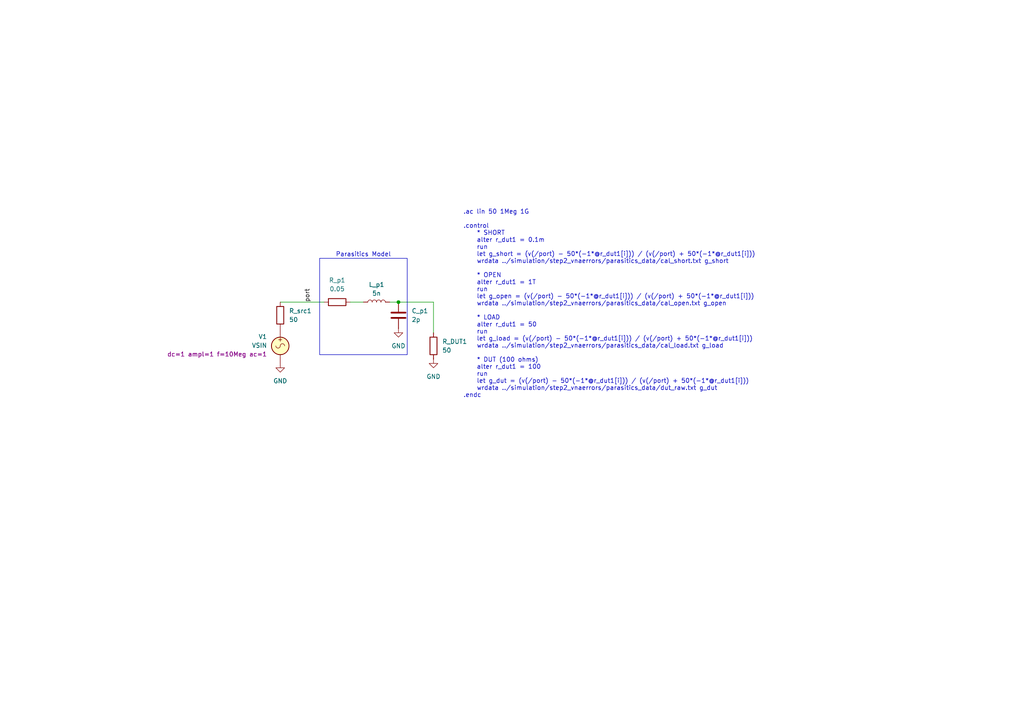
<source format=kicad_sch>
(kicad_sch
	(version 20250114)
	(generator "eeschema")
	(generator_version "9.0")
	(uuid "5f562447-411f-4628-9ea8-70f511d45919")
	(paper "A4")
	(lib_symbols
		(symbol "Device:C"
			(pin_numbers
				(hide yes)
			)
			(pin_names
				(offset 0.254)
			)
			(exclude_from_sim no)
			(in_bom yes)
			(on_board yes)
			(property "Reference" "C"
				(at 0.635 2.54 0)
				(effects
					(font
						(size 1.27 1.27)
					)
					(justify left)
				)
			)
			(property "Value" "C"
				(at 0.635 -2.54 0)
				(effects
					(font
						(size 1.27 1.27)
					)
					(justify left)
				)
			)
			(property "Footprint" ""
				(at 0.9652 -3.81 0)
				(effects
					(font
						(size 1.27 1.27)
					)
					(hide yes)
				)
			)
			(property "Datasheet" "~"
				(at 0 0 0)
				(effects
					(font
						(size 1.27 1.27)
					)
					(hide yes)
				)
			)
			(property "Description" "Unpolarized capacitor"
				(at 0 0 0)
				(effects
					(font
						(size 1.27 1.27)
					)
					(hide yes)
				)
			)
			(property "ki_keywords" "cap capacitor"
				(at 0 0 0)
				(effects
					(font
						(size 1.27 1.27)
					)
					(hide yes)
				)
			)
			(property "ki_fp_filters" "C_*"
				(at 0 0 0)
				(effects
					(font
						(size 1.27 1.27)
					)
					(hide yes)
				)
			)
			(symbol "C_0_1"
				(polyline
					(pts
						(xy -2.032 0.762) (xy 2.032 0.762)
					)
					(stroke
						(width 0.508)
						(type default)
					)
					(fill
						(type none)
					)
				)
				(polyline
					(pts
						(xy -2.032 -0.762) (xy 2.032 -0.762)
					)
					(stroke
						(width 0.508)
						(type default)
					)
					(fill
						(type none)
					)
				)
			)
			(symbol "C_1_1"
				(pin passive line
					(at 0 3.81 270)
					(length 2.794)
					(name "~"
						(effects
							(font
								(size 1.27 1.27)
							)
						)
					)
					(number "1"
						(effects
							(font
								(size 1.27 1.27)
							)
						)
					)
				)
				(pin passive line
					(at 0 -3.81 90)
					(length 2.794)
					(name "~"
						(effects
							(font
								(size 1.27 1.27)
							)
						)
					)
					(number "2"
						(effects
							(font
								(size 1.27 1.27)
							)
						)
					)
				)
			)
			(embedded_fonts no)
		)
		(symbol "Device:L"
			(pin_numbers
				(hide yes)
			)
			(pin_names
				(offset 1.016)
				(hide yes)
			)
			(exclude_from_sim no)
			(in_bom yes)
			(on_board yes)
			(property "Reference" "L"
				(at -1.27 0 90)
				(effects
					(font
						(size 1.27 1.27)
					)
				)
			)
			(property "Value" "L"
				(at 1.905 0 90)
				(effects
					(font
						(size 1.27 1.27)
					)
				)
			)
			(property "Footprint" ""
				(at 0 0 0)
				(effects
					(font
						(size 1.27 1.27)
					)
					(hide yes)
				)
			)
			(property "Datasheet" "~"
				(at 0 0 0)
				(effects
					(font
						(size 1.27 1.27)
					)
					(hide yes)
				)
			)
			(property "Description" "Inductor"
				(at 0 0 0)
				(effects
					(font
						(size 1.27 1.27)
					)
					(hide yes)
				)
			)
			(property "ki_keywords" "inductor choke coil reactor magnetic"
				(at 0 0 0)
				(effects
					(font
						(size 1.27 1.27)
					)
					(hide yes)
				)
			)
			(property "ki_fp_filters" "Choke_* *Coil* Inductor_* L_*"
				(at 0 0 0)
				(effects
					(font
						(size 1.27 1.27)
					)
					(hide yes)
				)
			)
			(symbol "L_0_1"
				(arc
					(start 0 2.54)
					(mid 0.6323 1.905)
					(end 0 1.27)
					(stroke
						(width 0)
						(type default)
					)
					(fill
						(type none)
					)
				)
				(arc
					(start 0 1.27)
					(mid 0.6323 0.635)
					(end 0 0)
					(stroke
						(width 0)
						(type default)
					)
					(fill
						(type none)
					)
				)
				(arc
					(start 0 0)
					(mid 0.6323 -0.635)
					(end 0 -1.27)
					(stroke
						(width 0)
						(type default)
					)
					(fill
						(type none)
					)
				)
				(arc
					(start 0 -1.27)
					(mid 0.6323 -1.905)
					(end 0 -2.54)
					(stroke
						(width 0)
						(type default)
					)
					(fill
						(type none)
					)
				)
			)
			(symbol "L_1_1"
				(pin passive line
					(at 0 3.81 270)
					(length 1.27)
					(name "1"
						(effects
							(font
								(size 1.27 1.27)
							)
						)
					)
					(number "1"
						(effects
							(font
								(size 1.27 1.27)
							)
						)
					)
				)
				(pin passive line
					(at 0 -3.81 90)
					(length 1.27)
					(name "2"
						(effects
							(font
								(size 1.27 1.27)
							)
						)
					)
					(number "2"
						(effects
							(font
								(size 1.27 1.27)
							)
						)
					)
				)
			)
			(embedded_fonts no)
		)
		(symbol "Device:R"
			(pin_numbers
				(hide yes)
			)
			(pin_names
				(offset 0)
			)
			(exclude_from_sim no)
			(in_bom yes)
			(on_board yes)
			(property "Reference" "R"
				(at 2.032 0 90)
				(effects
					(font
						(size 1.27 1.27)
					)
				)
			)
			(property "Value" "R"
				(at 0 0 90)
				(effects
					(font
						(size 1.27 1.27)
					)
				)
			)
			(property "Footprint" ""
				(at -1.778 0 90)
				(effects
					(font
						(size 1.27 1.27)
					)
					(hide yes)
				)
			)
			(property "Datasheet" "~"
				(at 0 0 0)
				(effects
					(font
						(size 1.27 1.27)
					)
					(hide yes)
				)
			)
			(property "Description" "Resistor"
				(at 0 0 0)
				(effects
					(font
						(size 1.27 1.27)
					)
					(hide yes)
				)
			)
			(property "ki_keywords" "R res resistor"
				(at 0 0 0)
				(effects
					(font
						(size 1.27 1.27)
					)
					(hide yes)
				)
			)
			(property "ki_fp_filters" "R_*"
				(at 0 0 0)
				(effects
					(font
						(size 1.27 1.27)
					)
					(hide yes)
				)
			)
			(symbol "R_0_1"
				(rectangle
					(start -1.016 -2.54)
					(end 1.016 2.54)
					(stroke
						(width 0.254)
						(type default)
					)
					(fill
						(type none)
					)
				)
			)
			(symbol "R_1_1"
				(pin passive line
					(at 0 3.81 270)
					(length 1.27)
					(name "~"
						(effects
							(font
								(size 1.27 1.27)
							)
						)
					)
					(number "1"
						(effects
							(font
								(size 1.27 1.27)
							)
						)
					)
				)
				(pin passive line
					(at 0 -3.81 90)
					(length 1.27)
					(name "~"
						(effects
							(font
								(size 1.27 1.27)
							)
						)
					)
					(number "2"
						(effects
							(font
								(size 1.27 1.27)
							)
						)
					)
				)
			)
			(embedded_fonts no)
		)
		(symbol "Simulation_SPICE:VSIN"
			(pin_numbers
				(hide yes)
			)
			(pin_names
				(offset 0.0254)
			)
			(exclude_from_sim no)
			(in_bom yes)
			(on_board yes)
			(property "Reference" "V"
				(at 2.54 2.54 0)
				(effects
					(font
						(size 1.27 1.27)
					)
					(justify left)
				)
			)
			(property "Value" "VSIN"
				(at 2.54 0 0)
				(effects
					(font
						(size 1.27 1.27)
					)
					(justify left)
				)
			)
			(property "Footprint" ""
				(at 0 0 0)
				(effects
					(font
						(size 1.27 1.27)
					)
					(hide yes)
				)
			)
			(property "Datasheet" "https://ngspice.sourceforge.io/docs/ngspice-html-manual/manual.xhtml#sec_Independent_Sources_for"
				(at 0 0 0)
				(effects
					(font
						(size 1.27 1.27)
					)
					(hide yes)
				)
			)
			(property "Description" "Voltage source, sinusoidal"
				(at 0 0 0)
				(effects
					(font
						(size 1.27 1.27)
					)
					(hide yes)
				)
			)
			(property "Sim.Pins" "1=+ 2=-"
				(at 0 0 0)
				(effects
					(font
						(size 1.27 1.27)
					)
					(hide yes)
				)
			)
			(property "Sim.Params" "dc=0 ampl=1 f=1k ac=1"
				(at 2.54 -2.54 0)
				(effects
					(font
						(size 1.27 1.27)
					)
					(justify left)
				)
			)
			(property "Sim.Type" "SIN"
				(at 0 0 0)
				(effects
					(font
						(size 1.27 1.27)
					)
					(hide yes)
				)
			)
			(property "Sim.Device" "V"
				(at 0 0 0)
				(effects
					(font
						(size 1.27 1.27)
					)
					(justify left)
					(hide yes)
				)
			)
			(property "ki_keywords" "simulation ac vac"
				(at 0 0 0)
				(effects
					(font
						(size 1.27 1.27)
					)
					(hide yes)
				)
			)
			(symbol "VSIN_0_0"
				(arc
					(start -1.27 0)
					(mid -0.635 0.6323)
					(end 0 0)
					(stroke
						(width 0)
						(type default)
					)
					(fill
						(type none)
					)
				)
				(arc
					(start 1.27 0)
					(mid 0.635 -0.6323)
					(end 0 0)
					(stroke
						(width 0)
						(type default)
					)
					(fill
						(type none)
					)
				)
				(text "+"
					(at 0 1.905 0)
					(effects
						(font
							(size 1.27 1.27)
						)
					)
				)
			)
			(symbol "VSIN_0_1"
				(circle
					(center 0 0)
					(radius 2.54)
					(stroke
						(width 0.254)
						(type default)
					)
					(fill
						(type background)
					)
				)
			)
			(symbol "VSIN_1_1"
				(pin passive line
					(at 0 5.08 270)
					(length 2.54)
					(name "~"
						(effects
							(font
								(size 1.27 1.27)
							)
						)
					)
					(number "1"
						(effects
							(font
								(size 1.27 1.27)
							)
						)
					)
				)
				(pin passive line
					(at 0 -5.08 90)
					(length 2.54)
					(name "~"
						(effects
							(font
								(size 1.27 1.27)
							)
						)
					)
					(number "2"
						(effects
							(font
								(size 1.27 1.27)
							)
						)
					)
				)
			)
			(embedded_fonts no)
		)
		(symbol "power:GND"
			(power)
			(pin_numbers
				(hide yes)
			)
			(pin_names
				(offset 0)
				(hide yes)
			)
			(exclude_from_sim no)
			(in_bom yes)
			(on_board yes)
			(property "Reference" "#PWR"
				(at 0 -6.35 0)
				(effects
					(font
						(size 1.27 1.27)
					)
					(hide yes)
				)
			)
			(property "Value" "GND"
				(at 0 -3.81 0)
				(effects
					(font
						(size 1.27 1.27)
					)
				)
			)
			(property "Footprint" ""
				(at 0 0 0)
				(effects
					(font
						(size 1.27 1.27)
					)
					(hide yes)
				)
			)
			(property "Datasheet" ""
				(at 0 0 0)
				(effects
					(font
						(size 1.27 1.27)
					)
					(hide yes)
				)
			)
			(property "Description" "Power symbol creates a global label with name \"GND\" , ground"
				(at 0 0 0)
				(effects
					(font
						(size 1.27 1.27)
					)
					(hide yes)
				)
			)
			(property "ki_keywords" "global power"
				(at 0 0 0)
				(effects
					(font
						(size 1.27 1.27)
					)
					(hide yes)
				)
			)
			(symbol "GND_0_1"
				(polyline
					(pts
						(xy 0 0) (xy 0 -1.27) (xy 1.27 -1.27) (xy 0 -2.54) (xy -1.27 -1.27) (xy 0 -1.27)
					)
					(stroke
						(width 0)
						(type default)
					)
					(fill
						(type none)
					)
				)
			)
			(symbol "GND_1_1"
				(pin power_in line
					(at 0 0 270)
					(length 0)
					(name "~"
						(effects
							(font
								(size 1.27 1.27)
							)
						)
					)
					(number "1"
						(effects
							(font
								(size 1.27 1.27)
							)
						)
					)
				)
			)
			(embedded_fonts no)
		)
	)
	(rectangle
		(start 92.71 74.93)
		(end 118.11 102.87)
		(stroke
			(width 0)
			(type default)
		)
		(fill
			(type none)
		)
		(uuid dae1ae81-f68b-4946-930e-986ec54568e0)
	)
	(text "Parasitics Model\n"
		(exclude_from_sim yes)
		(at 105.41 73.914 0)
		(effects
			(font
				(size 1.27 1.27)
			)
		)
		(uuid "b5ec0c91-9d2f-4c39-bb5d-132c6b6e95f1")
	)
	(text ".ac lin 50 1Meg 1G\n\n.control\n    * SHORT \n    alter r_dut1 = 0.1m\n    run\n    let g_short = (v(/port) - 50*(-1*@r_dut1[i])) / (v(/port) + 50*(-1*@r_dut1[i]))\n    wrdata ../simulation/step2_vnaerrors/parasitics_data/cal_short.txt g_short\n    \n    * OPEN \n    alter r_dut1 = 1T\n    run\n    let g_open = (v(/port) - 50*(-1*@r_dut1[i])) / (v(/port) + 50*(-1*@r_dut1[i]))\n    wrdata ../simulation/step2_vnaerrors/parasitics_data/cal_open.txt g_open\n    \n    * LOAD\n    alter r_dut1 = 50\n    run\n    let g_load = (v(/port) - 50*(-1*@r_dut1[i])) / (v(/port) + 50*(-1*@r_dut1[i]))\n    wrdata ../simulation/step2_vnaerrors/parasitics_data/cal_load.txt g_load\n    \n    * DUT (100 ohms)\n    alter r_dut1 = 100\n    run\n    let g_dut = (v(/port) - 50*(-1*@r_dut1[i])) / (v(/port) + 50*(-1*@r_dut1[i]))\n    wrdata ../simulation/step2_vnaerrors/parasitics_data/dut_raw.txt g_dut\n.endc"
		(exclude_from_sim no)
		(at 134.366 88.138 0)
		(effects
			(font
				(size 1.27 1.27)
			)
			(justify left)
		)
		(uuid "e0498285-b6ff-4ba5-bc29-32477d652f33")
	)
	(junction
		(at 115.57 87.63)
		(diameter 0)
		(color 0 0 0 0)
		(uuid "9952ceeb-cfc9-453d-b0ed-b71b57f1b6c6")
	)
	(wire
		(pts
			(xy 115.57 87.63) (xy 125.73 87.63)
		)
		(stroke
			(width 0)
			(type default)
		)
		(uuid "634fb062-9831-4d24-ba0b-49c8b1969c5e")
	)
	(wire
		(pts
			(xy 125.73 87.63) (xy 125.73 96.52)
		)
		(stroke
			(width 0)
			(type default)
		)
		(uuid "80f2f452-e813-481e-91ae-ae2b7f4c3505")
	)
	(wire
		(pts
			(xy 81.28 87.63) (xy 93.98 87.63)
		)
		(stroke
			(width 0)
			(type default)
		)
		(uuid "834fccae-7010-40e2-8a91-0f97de52340f")
	)
	(wire
		(pts
			(xy 101.6 87.63) (xy 105.41 87.63)
		)
		(stroke
			(width 0)
			(type default)
		)
		(uuid "b1557de0-5040-4f6a-a5c5-cb84f606e38e")
	)
	(wire
		(pts
			(xy 113.03 87.63) (xy 115.57 87.63)
		)
		(stroke
			(width 0)
			(type default)
		)
		(uuid "d9ca18a7-118c-4b8c-b89a-ae8279b4afc2")
	)
	(label "port"
		(at 90.17 87.63 90)
		(effects
			(font
				(size 1.27 1.27)
			)
			(justify left bottom)
		)
		(uuid "3ec28686-9198-4b2c-b66a-5a453c1b9d89")
	)
	(symbol
		(lib_id "Device:R")
		(at 97.79 87.63 90)
		(unit 1)
		(exclude_from_sim no)
		(in_bom yes)
		(on_board yes)
		(dnp no)
		(fields_autoplaced yes)
		(uuid "38b0b22f-5251-446e-b63e-36a67fbad360")
		(property "Reference" "R_p1"
			(at 97.79 81.28 90)
			(effects
				(font
					(size 1.27 1.27)
				)
			)
		)
		(property "Value" "0.05"
			(at 97.79 83.82 90)
			(effects
				(font
					(size 1.27 1.27)
				)
			)
		)
		(property "Footprint" ""
			(at 97.79 89.408 90)
			(effects
				(font
					(size 1.27 1.27)
				)
				(hide yes)
			)
		)
		(property "Datasheet" "~"
			(at 97.79 87.63 0)
			(effects
				(font
					(size 1.27 1.27)
				)
				(hide yes)
			)
		)
		(property "Description" "Resistor"
			(at 97.79 87.63 0)
			(effects
				(font
					(size 1.27 1.27)
				)
				(hide yes)
			)
		)
		(pin "1"
			(uuid "50748dac-3688-4389-9092-3258c518aab8")
		)
		(pin "2"
			(uuid "feae7f23-da35-403a-b3ea-c943636b4025")
		)
		(instances
			(project "oneport-vna"
				(path "/5f562447-411f-4628-9ea8-70f511d45919"
					(reference "R_p1")
					(unit 1)
				)
			)
		)
	)
	(symbol
		(lib_id "Device:C")
		(at 115.57 91.44 0)
		(unit 1)
		(exclude_from_sim no)
		(in_bom yes)
		(on_board yes)
		(dnp no)
		(fields_autoplaced yes)
		(uuid "528d9697-185c-457a-b66b-ef4d89262962")
		(property "Reference" "C_p1"
			(at 119.38 90.1699 0)
			(effects
				(font
					(size 1.27 1.27)
				)
				(justify left)
			)
		)
		(property "Value" "2p"
			(at 119.38 92.7099 0)
			(effects
				(font
					(size 1.27 1.27)
				)
				(justify left)
			)
		)
		(property "Footprint" ""
			(at 116.5352 95.25 0)
			(effects
				(font
					(size 1.27 1.27)
				)
				(hide yes)
			)
		)
		(property "Datasheet" "~"
			(at 115.57 91.44 0)
			(effects
				(font
					(size 1.27 1.27)
				)
				(hide yes)
			)
		)
		(property "Description" "Unpolarized capacitor"
			(at 115.57 91.44 0)
			(effects
				(font
					(size 1.27 1.27)
				)
				(hide yes)
			)
		)
		(pin "1"
			(uuid "8804e580-c908-4eed-bdb4-475783a785e2")
		)
		(pin "2"
			(uuid "bb01f5e0-9352-44cc-bf42-cda71197fb14")
		)
		(instances
			(project "step2_vna_with_errors"
				(path "/5f562447-411f-4628-9ea8-70f511d45919"
					(reference "C_p1")
					(unit 1)
				)
			)
		)
	)
	(symbol
		(lib_id "power:GND")
		(at 115.57 95.25 0)
		(unit 1)
		(exclude_from_sim no)
		(in_bom yes)
		(on_board yes)
		(dnp no)
		(fields_autoplaced yes)
		(uuid "5b0da890-798e-4582-9da5-9ea532f6a27e")
		(property "Reference" "#PWR03"
			(at 115.57 101.6 0)
			(effects
				(font
					(size 1.27 1.27)
				)
				(hide yes)
			)
		)
		(property "Value" "GND"
			(at 115.57 100.33 0)
			(effects
				(font
					(size 1.27 1.27)
				)
			)
		)
		(property "Footprint" ""
			(at 115.57 95.25 0)
			(effects
				(font
					(size 1.27 1.27)
				)
				(hide yes)
			)
		)
		(property "Datasheet" ""
			(at 115.57 95.25 0)
			(effects
				(font
					(size 1.27 1.27)
				)
				(hide yes)
			)
		)
		(property "Description" "Power symbol creates a global label with name \"GND\" , ground"
			(at 115.57 95.25 0)
			(effects
				(font
					(size 1.27 1.27)
				)
				(hide yes)
			)
		)
		(pin "1"
			(uuid "d5eb84f6-f18b-40fc-9dd8-d050125a07fc")
		)
		(instances
			(project "step2_vna_with_errors"
				(path "/5f562447-411f-4628-9ea8-70f511d45919"
					(reference "#PWR03")
					(unit 1)
				)
			)
		)
	)
	(symbol
		(lib_id "power:GND")
		(at 81.28 105.41 0)
		(unit 1)
		(exclude_from_sim no)
		(in_bom yes)
		(on_board yes)
		(dnp no)
		(fields_autoplaced yes)
		(uuid "a7e88138-7eea-49fa-9ac8-695a92d54c21")
		(property "Reference" "#PWR01"
			(at 81.28 111.76 0)
			(effects
				(font
					(size 1.27 1.27)
				)
				(hide yes)
			)
		)
		(property "Value" "GND"
			(at 81.28 110.49 0)
			(effects
				(font
					(size 1.27 1.27)
				)
			)
		)
		(property "Footprint" ""
			(at 81.28 105.41 0)
			(effects
				(font
					(size 1.27 1.27)
				)
				(hide yes)
			)
		)
		(property "Datasheet" ""
			(at 81.28 105.41 0)
			(effects
				(font
					(size 1.27 1.27)
				)
				(hide yes)
			)
		)
		(property "Description" "Power symbol creates a global label with name \"GND\" , ground"
			(at 81.28 105.41 0)
			(effects
				(font
					(size 1.27 1.27)
				)
				(hide yes)
			)
		)
		(pin "1"
			(uuid "ba85ce30-7a63-4c43-b338-ebac80836fbf")
		)
		(instances
			(project "oneport-vna"
				(path "/5f562447-411f-4628-9ea8-70f511d45919"
					(reference "#PWR01")
					(unit 1)
				)
			)
		)
	)
	(symbol
		(lib_id "Device:L")
		(at 109.22 87.63 90)
		(unit 1)
		(exclude_from_sim no)
		(in_bom yes)
		(on_board yes)
		(dnp no)
		(fields_autoplaced yes)
		(uuid "aa7c3c2b-6297-4dbd-9585-15c1c30dbf24")
		(property "Reference" "L_p1"
			(at 109.22 82.55 90)
			(effects
				(font
					(size 1.27 1.27)
				)
			)
		)
		(property "Value" "5n"
			(at 109.22 85.09 90)
			(effects
				(font
					(size 1.27 1.27)
				)
			)
		)
		(property "Footprint" ""
			(at 109.22 87.63 0)
			(effects
				(font
					(size 1.27 1.27)
				)
				(hide yes)
			)
		)
		(property "Datasheet" "~"
			(at 109.22 87.63 0)
			(effects
				(font
					(size 1.27 1.27)
				)
				(hide yes)
			)
		)
		(property "Description" "Inductor"
			(at 109.22 87.63 0)
			(effects
				(font
					(size 1.27 1.27)
				)
				(hide yes)
			)
		)
		(pin "1"
			(uuid "b85fa5cd-b364-4a2a-b1fa-7c9fef7bd038")
		)
		(pin "2"
			(uuid "e15dce25-091e-4b17-8f17-747e21030ed0")
		)
		(instances
			(project ""
				(path "/5f562447-411f-4628-9ea8-70f511d45919"
					(reference "L_p1")
					(unit 1)
				)
			)
		)
	)
	(symbol
		(lib_id "Device:R")
		(at 81.28 91.44 0)
		(unit 1)
		(exclude_from_sim no)
		(in_bom yes)
		(on_board yes)
		(dnp no)
		(fields_autoplaced yes)
		(uuid "c0d0ba35-49fc-4e2d-81b0-35f28e3c6da0")
		(property "Reference" "R_src1"
			(at 83.82 90.1699 0)
			(effects
				(font
					(size 1.27 1.27)
				)
				(justify left)
			)
		)
		(property "Value" "50"
			(at 83.82 92.7099 0)
			(effects
				(font
					(size 1.27 1.27)
				)
				(justify left)
			)
		)
		(property "Footprint" ""
			(at 79.502 91.44 90)
			(effects
				(font
					(size 1.27 1.27)
				)
				(hide yes)
			)
		)
		(property "Datasheet" "~"
			(at 81.28 91.44 0)
			(effects
				(font
					(size 1.27 1.27)
				)
				(hide yes)
			)
		)
		(property "Description" "Resistor"
			(at 81.28 91.44 0)
			(effects
				(font
					(size 1.27 1.27)
				)
				(hide yes)
			)
		)
		(pin "1"
			(uuid "791b13c9-d2de-4fa3-992f-5c64ac025066")
		)
		(pin "2"
			(uuid "30ea3f7c-6cd3-4c87-815c-3cc2a7976ac7")
		)
		(instances
			(project "oneport-vna"
				(path "/5f562447-411f-4628-9ea8-70f511d45919"
					(reference "R_src1")
					(unit 1)
				)
			)
		)
	)
	(symbol
		(lib_id "Simulation_SPICE:VSIN")
		(at 81.28 100.33 0)
		(mirror y)
		(unit 1)
		(exclude_from_sim no)
		(in_bom yes)
		(on_board yes)
		(dnp no)
		(uuid "dd6dc635-1a8c-49a0-93c1-d739e16645e0")
		(property "Reference" "V1"
			(at 77.47 97.6601 0)
			(effects
				(font
					(size 1.27 1.27)
				)
				(justify left)
			)
		)
		(property "Value" "VSIN"
			(at 77.47 100.2001 0)
			(effects
				(font
					(size 1.27 1.27)
				)
				(justify left)
			)
		)
		(property "Footprint" ""
			(at 81.28 100.33 0)
			(effects
				(font
					(size 1.27 1.27)
				)
				(hide yes)
			)
		)
		(property "Datasheet" "https://ngspice.sourceforge.io/docs/ngspice-html-manual/manual.xhtml#sec_Independent_Sources_for"
			(at 81.28 100.33 0)
			(effects
				(font
					(size 1.27 1.27)
				)
				(hide yes)
			)
		)
		(property "Description" "Voltage source, sinusoidal"
			(at 81.28 100.33 0)
			(effects
				(font
					(size 1.27 1.27)
				)
				(hide yes)
			)
		)
		(property "Sim.Pins" "1=+ 2=-"
			(at 81.28 100.33 0)
			(effects
				(font
					(size 1.27 1.27)
				)
				(hide yes)
			)
		)
		(property "Sim.Params" "dc=1 ampl=1 f=10Meg ac=1"
			(at 77.47 102.7401 0)
			(effects
				(font
					(size 1.27 1.27)
				)
				(justify left)
			)
		)
		(property "Sim.Type" "SIN"
			(at 81.28 100.33 0)
			(effects
				(font
					(size 1.27 1.27)
				)
				(hide yes)
			)
		)
		(property "Sim.Device" "V"
			(at 81.28 100.33 0)
			(effects
				(font
					(size 1.27 1.27)
				)
				(justify left)
				(hide yes)
			)
		)
		(pin "1"
			(uuid "76cc38ae-00ee-4daa-8fc0-0e41ce62b9a6")
		)
		(pin "2"
			(uuid "6637ce44-838a-411b-8aaa-e86a6866177a")
		)
		(instances
			(project "oneport-vna"
				(path "/5f562447-411f-4628-9ea8-70f511d45919"
					(reference "V1")
					(unit 1)
				)
			)
		)
	)
	(symbol
		(lib_id "Device:R")
		(at 125.73 100.33 180)
		(unit 1)
		(exclude_from_sim no)
		(in_bom yes)
		(on_board yes)
		(dnp no)
		(fields_autoplaced yes)
		(uuid "e6f8381e-c346-4fd0-90d6-4bd5cb1ee262")
		(property "Reference" "R_DUT1"
			(at 128.27 99.0599 0)
			(effects
				(font
					(size 1.27 1.27)
				)
				(justify right)
			)
		)
		(property "Value" "50"
			(at 128.27 101.5999 0)
			(effects
				(font
					(size 1.27 1.27)
				)
				(justify right)
			)
		)
		(property "Footprint" ""
			(at 127.508 100.33 90)
			(effects
				(font
					(size 1.27 1.27)
				)
				(hide yes)
			)
		)
		(property "Datasheet" "~"
			(at 125.73 100.33 0)
			(effects
				(font
					(size 1.27 1.27)
				)
				(hide yes)
			)
		)
		(property "Description" "Resistor"
			(at 125.73 100.33 0)
			(effects
				(font
					(size 1.27 1.27)
				)
				(hide yes)
			)
		)
		(pin "1"
			(uuid "dcbc946c-0841-4e1f-a305-d1948e440bef")
		)
		(pin "2"
			(uuid "ec118836-c446-4daa-a273-09d3ac6f5227")
		)
		(instances
			(project "oneport-vna"
				(path "/5f562447-411f-4628-9ea8-70f511d45919"
					(reference "R_DUT1")
					(unit 1)
				)
			)
		)
	)
	(symbol
		(lib_id "power:GND")
		(at 125.73 104.14 0)
		(unit 1)
		(exclude_from_sim no)
		(in_bom yes)
		(on_board yes)
		(dnp no)
		(fields_autoplaced yes)
		(uuid "edf5198e-dbd9-4808-ab5b-b601761cdae3")
		(property "Reference" "#PWR02"
			(at 125.73 110.49 0)
			(effects
				(font
					(size 1.27 1.27)
				)
				(hide yes)
			)
		)
		(property "Value" "GND"
			(at 125.73 109.22 0)
			(effects
				(font
					(size 1.27 1.27)
				)
			)
		)
		(property "Footprint" ""
			(at 125.73 104.14 0)
			(effects
				(font
					(size 1.27 1.27)
				)
				(hide yes)
			)
		)
		(property "Datasheet" ""
			(at 125.73 104.14 0)
			(effects
				(font
					(size 1.27 1.27)
				)
				(hide yes)
			)
		)
		(property "Description" "Power symbol creates a global label with name \"GND\" , ground"
			(at 125.73 104.14 0)
			(effects
				(font
					(size 1.27 1.27)
				)
				(hide yes)
			)
		)
		(pin "1"
			(uuid "6f9a0bed-5777-420e-9a08-4cc5680d8395")
		)
		(instances
			(project "oneport-vna"
				(path "/5f562447-411f-4628-9ea8-70f511d45919"
					(reference "#PWR02")
					(unit 1)
				)
			)
		)
	)
	(sheet_instances
		(path "/"
			(page "1")
		)
	)
	(embedded_fonts no)
)

</source>
